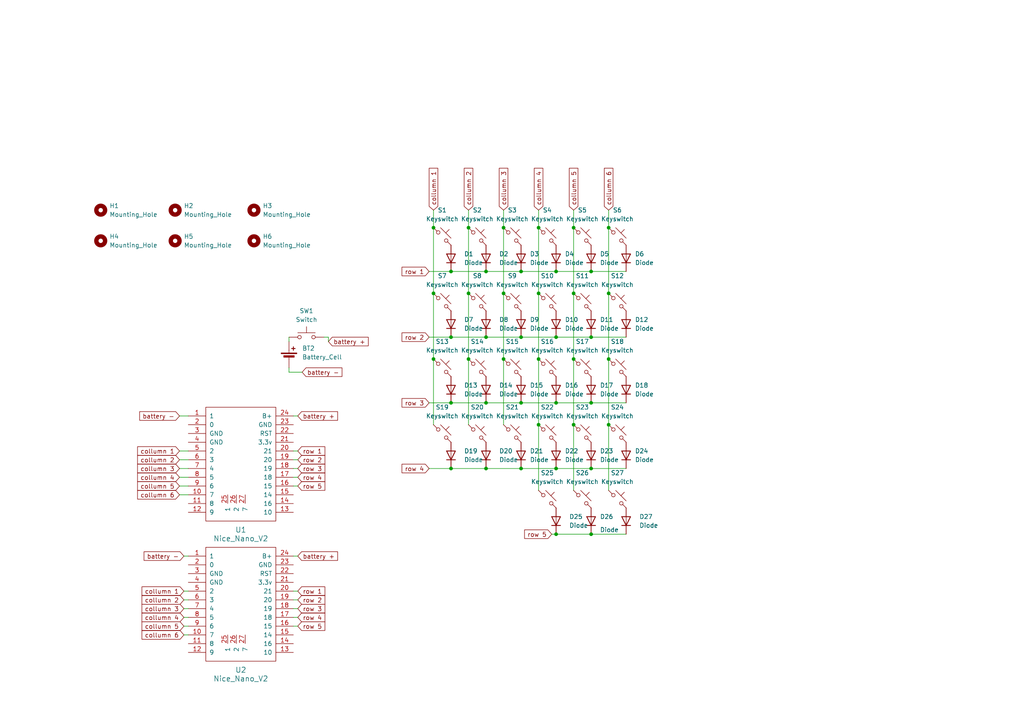
<source format=kicad_sch>
(kicad_sch (version 20231120) (generator "eeschema") (generator_version "8.0")
  (paper "A4")
  (lib_symbols
    (symbol "Device:Battery_Cell" (pin_numbers hide) (pin_names (offset 0) hide)
      (property "Reference" "BT" (at 2.54 2.54 0))
      (property "Value" "Battery_Cell" (at 2.54 0 0))
      (symbol "Battery_Cell_0_1"
        (rectangle (start -2.286 1.778) (end 2.286 1.524) (fill (type outline)))
        (rectangle (start -1.524 1.016) (end 1.524 0.508) (fill (type outline)))
        (polyline (pts (xy 0 0.762) (xy 0 0)))
        (polyline (pts (xy 0 1.778) (xy 0 2.54)))
        (polyline (pts (xy 0.762 3.048) (xy 1.778 3.048)) (stroke (width 0.254)))
        (polyline (pts (xy 1.27 3.556) (xy 1.27 2.54)) (stroke (width 0.254)))
      )
      (symbol "Battery_Cell_1_1"
        (pin passive line (at 0 5.08 270) (length 2.54) (name "+") (number "1"))
        (pin passive line (at 0 -2.54 90) (length 2.54) (name "-") (number "2"))
      )
    )
    (symbol "ScottoKeebs:MCU_Nice_Nano_V2" (pin_names (offset 1.016))
      (property "Reference" "U" (at 0 0 0))
      (property "Value" "Nice_Nano_V2" (at 0 -19.05 0))
      (symbol "MCU_Nice_Nano_V2_0_1"
        (rectangle (start -10.16 16.51) (end 10.16 -16.51))
      )
      (symbol "MCU_Nice_Nano_V2_1_1"
        (pin input line (at -15.24 13.97 0) (length 5.08) (name "1") (number "1"))
        (pin input line (at -15.24 -8.89 0) (length 5.08) (name "7") (number "10"))
        (pin input line (at -15.24 -11.43 0) (length 5.08) (name "8") (number "11"))
        (pin input line (at -15.24 -13.97 0) (length 5.08) (name "9") (number "12"))
        (pin input line (at 15.24 -13.97 180) (length 5.08) (name "10") (number "13"))
        (pin input line (at 15.24 -11.43 180) (length 5.08) (name "16") (number "14"))
        (pin input line (at 15.24 -8.89 180) (length 5.08) (name "14") (number "15"))
        (pin input line (at 15.24 -6.35 180) (length 5.08) (name "15") (number "16"))
        (pin input line (at 15.24 -3.81 180) (length 5.08) (name "18") (number "17"))
        (pin input line (at 15.24 -1.27 180) (length 5.08) (name "19") (number "18"))
        (pin input line (at 15.24 1.27 180) (length 5.08) (name "20") (number "19"))
        (pin input line (at -15.24 11.43 0) (length 5.08) (name "0") (number "2"))
        (pin input line (at 15.24 3.81 180) (length 5.08) (name "21") (number "20"))
        (pin input line (at 15.24 6.35 180) (length 5.08) (name "3.3v") (number "21"))
        (pin input line (at 15.24 8.89 180) (length 5.08) (name "RST") (number "22"))
        (pin input line (at 15.24 11.43 180) (length 5.08) (name "GND") (number "23"))
        (pin input line (at 15.24 13.97 180) (length 5.08) (name "B+") (number "24"))
        (pin input line (at -3.81 -8.89 270) (length 2.5) (name "1") (number "25"))
        (pin input line (at -1.27 -8.89 270) (length 2.5) (name "2") (number "26"))
        (pin input line (at 1.27 -8.89 270) (length 2.5) (name "7") (number "27"))
        (pin input line (at -15.24 8.89 0) (length 5.08) (name "GND") (number "3"))
        (pin input line (at -15.24 6.35 0) (length 5.08) (name "GND") (number "4"))
        (pin input line (at -15.24 3.81 0) (length 5.08) (name "2") (number "5"))
        (pin input line (at -15.24 1.27 0) (length 5.08) (name "3") (number "6"))
        (pin input line (at -15.24 -1.27 0) (length 5.08) (name "4") (number "7"))
        (pin input line (at -15.24 -3.81 0) (length 5.08) (name "5") (number "8"))
        (pin input line (at -15.24 -6.35 0) (length 5.08) (name "6") (number "9"))
      )
    )
    (symbol "ScottoKeebs:Placeholder_Diode" (pin_numbers hide) (pin_names hide)
      (property "Reference" "D" (at 0 2.54 0))
      (property "Value" "Diode" (at 0 -2.54 0))
      (symbol "Placeholder_Diode_0_1"
        (polyline (pts (xy -1.27 1.27) (xy -1.27 -1.27)) (stroke (width 0.254)))
        (polyline (pts (xy 1.27 0) (xy -1.27 0)))
        (polyline (pts (xy 1.27 1.27) (xy 1.27 -1.27) (xy -1.27 0) (xy 1.27 1.27)) (stroke (width 0.254)))
      )
      (symbol "Placeholder_Diode_1_1"
        (pin passive line (at -3.81 0 0) (length 2.54) (name "K") (number "1"))
        (pin passive line (at 3.81 0 180) (length 2.54) (name "A") (number "2"))
      )
    )
    (symbol "ScottoKeebs:Placeholder_Keyswitch" (pin_numbers hide) (pin_names (offset 1.016) hide)
      (property "Reference" "S" (at 3.048 1.016 0))
      (property "Value" "Keyswitch" (at 0 -3.81 0))
      (symbol "Placeholder_Keyswitch_0_1"
        (circle (center -1.1684 1.1684) (radius 0.508))
        (polyline (pts (xy -0.508 2.54) (xy 2.54 -0.508)))
        (polyline (pts (xy 1.016 1.016) (xy 2.032 2.032)))
        (polyline (pts (xy -2.54 2.54) (xy -1.524 1.524) (xy -1.524 1.524)))
        (polyline (pts (xy 1.524 -1.524) (xy 2.54 -2.54) (xy 2.54 -2.54) (xy 2.54 -2.54)))
        (circle (center 1.143 -1.1938) (radius 0.508))
        (pin passive line (at -2.54 2.54 0) (length 0) (name "1") (number "1"))
        (pin passive line (at 2.54 -2.54 180) (length 0) (name "2") (number "2"))
      )
    )
    (symbol "ScottoKeebs:Placeholder_Mounting_Hole" (pin_names (offset 1.016))
      (property "Reference" "H" (at 0 5.08 0))
      (property "Value" "Mounting_Hole" (at 0 3.175 0))
      (symbol "Placeholder_Mounting_Hole_0_1"
        (circle (center 0 0) (radius 1.27) (stroke (width 1.27)))
      )
    )
    (symbol "ScottoKeebs:Placeholder_Switch" (pin_numbers hide) (pin_names (offset 1.016) hide)
      (property "Reference" "SW" (at 1.27 2.54 0))
      (property "Value" "Switch" (at 0 -1.524 0))
      (symbol "Placeholder_Switch_0_1"
        (circle (center -2.032 0) (radius 0.508))
        (polyline (pts (xy 0 1.27) (xy 0 3.048)))
        (polyline (pts (xy 2.54 1.27) (xy -2.54 1.27)))
        (circle (center 2.032 0) (radius 0.508))
        (pin passive line (at -5.08 0 0) (length 2.54) (name "1") (number "1"))
        (pin passive line (at 5.08 0 180) (length 2.54) (name "2") (number "2"))
      )
    )
  )
  (junction (at 161.29 78.74))
  (junction (at 130.81 97.79))
  (junction (at 140.97 78.74))
  (junction (at 156.21 66.04))
  (junction (at 130.81 135.89))
  (junction (at 130.81 116.84))
  (junction (at 161.29 97.79))
  (junction (at 125.73 85.09))
  (junction (at 166.37 85.09))
  (junction (at 156.21 85.09))
  (junction (at 156.21 104.14))
  (junction (at 140.97 97.79))
  (junction (at 140.97 135.89))
  (junction (at 125.73 66.04))
  (junction (at 151.13 135.89))
  (junction (at 166.37 104.14))
  (junction (at 171.45 78.74))
  (junction (at 161.29 135.89))
  (junction (at 166.37 123.19))
  (junction (at 171.45 135.89))
  (junction (at 135.89 85.09))
  (junction (at 140.97 116.84))
  (junction (at 146.05 104.14))
  (junction (at 176.53 104.14))
  (junction (at 161.29 154.94))
  (junction (at 176.53 66.04))
  (junction (at 135.89 104.14))
  (junction (at 166.37 66.04))
  (junction (at 176.53 123.19))
  (junction (at 135.89 66.04))
  (junction (at 125.73 104.14))
  (junction (at 146.05 85.09))
  (junction (at 151.13 97.79))
  (junction (at 151.13 116.84))
  (junction (at 151.13 78.74))
  (junction (at 171.45 116.84))
  (junction (at 156.21 123.19))
  (junction (at 176.53 85.09))
  (junction (at 171.45 154.94))
  (junction (at 171.45 97.79))
  (junction (at 130.81 78.74))
  (junction (at 161.29 116.84))
  (junction (at 146.05 66.04))
  (wire (pts (xy 160.02 154.94) (xy 161.29 154.94)))
  (wire (pts (xy 53.34 171.45) (xy 54.61 171.45)))
  (wire (pts (xy 124.46 78.74) (xy 130.81 78.74)))
  (wire (pts (xy 161.29 97.79) (xy 171.45 97.79)))
  (wire (pts (xy 125.73 60.96) (xy 125.73 66.04)))
  (wire (pts (xy 85.09 130.81) (xy 86.36 130.81)))
  (wire (pts (xy 146.05 66.04) (xy 146.05 85.09)))
  (wire (pts (xy 52.07 133.35) (xy 54.61 133.35)))
  (wire (pts (xy 146.05 104.14) (xy 146.05 123.19)))
  (wire (pts (xy 171.45 97.79) (xy 181.61 97.79)))
  (wire (pts (xy 135.89 60.96) (xy 135.89 66.04)))
  (wire (pts (xy 156.21 66.04) (xy 156.21 85.09)))
  (wire (pts (xy 140.97 97.79) (xy 151.13 97.79)))
  (wire (pts (xy 52.07 135.89) (xy 54.61 135.89)))
  (wire (pts (xy 85.09 135.89) (xy 86.36 135.89)))
  (wire (pts (xy 166.37 123.19) (xy 166.37 142.24)))
  (wire (pts (xy 52.07 120.65) (xy 54.61 120.65)))
  (wire (pts (xy 52.07 130.81) (xy 54.61 130.81)))
  (wire (pts (xy 85.09 133.35) (xy 86.36 133.35)))
  (wire (pts (xy 151.13 116.84) (xy 161.29 116.84)))
  (wire (pts (xy 151.13 97.79) (xy 161.29 97.79)))
  (wire (pts (xy 95.25 97.79) (xy 95.25 99.06)))
  (wire (pts (xy 156.21 104.14) (xy 156.21 123.19)))
  (wire (pts (xy 130.81 78.74) (xy 140.97 78.74)))
  (wire (pts (xy 124.46 97.79) (xy 130.81 97.79)))
  (wire (pts (xy 53.34 173.99) (xy 54.61 173.99)))
  (wire (pts (xy 85.09 173.99) (xy 86.36 173.99)))
  (wire (pts (xy 146.05 60.96) (xy 146.05 66.04)))
  (wire (pts (xy 171.45 116.84) (xy 181.61 116.84)))
  (wire (pts (xy 140.97 116.84) (xy 151.13 116.84)))
  (wire (pts (xy 52.07 143.51) (xy 54.61 143.51)))
  (wire (pts (xy 85.09 140.97) (xy 86.36 140.97)))
  (wire (pts (xy 135.89 85.09) (xy 135.89 104.14)))
  (wire (pts (xy 161.29 78.74) (xy 171.45 78.74)))
  (wire (pts (xy 156.21 85.09) (xy 156.21 104.14)))
  (wire (pts (xy 85.09 181.61) (xy 86.36 181.61)))
  (wire (pts (xy 151.13 78.74) (xy 161.29 78.74)))
  (wire (pts (xy 130.81 135.89) (xy 140.97 135.89)))
  (wire (pts (xy 146.05 85.09) (xy 146.05 104.14)))
  (wire (pts (xy 85.09 138.43) (xy 86.36 138.43)))
  (wire (pts (xy 156.21 60.96) (xy 156.21 66.04)))
  (wire (pts (xy 93.98 97.79) (xy 95.25 97.79)))
  (wire (pts (xy 176.53 66.04) (xy 176.53 85.09)))
  (wire (pts (xy 135.89 66.04) (xy 135.89 85.09)))
  (wire (pts (xy 176.53 123.19) (xy 176.53 142.24)))
  (wire (pts (xy 85.09 176.53) (xy 86.36 176.53)))
  (wire (pts (xy 53.34 184.15) (xy 54.61 184.15)))
  (wire (pts (xy 135.89 104.14) (xy 135.89 123.19)))
  (wire (pts (xy 156.21 123.19) (xy 156.21 142.24)))
  (wire (pts (xy 53.34 181.61) (xy 54.61 181.61)))
  (wire (pts (xy 85.09 179.07) (xy 86.36 179.07)))
  (wire (pts (xy 176.53 85.09) (xy 176.53 104.14)))
  (wire (pts (xy 140.97 78.74) (xy 151.13 78.74)))
  (wire (pts (xy 171.45 135.89) (xy 181.61 135.89)))
  (wire (pts (xy 85.09 171.45) (xy 86.36 171.45)))
  (wire (pts (xy 53.34 161.29) (xy 54.61 161.29)))
  (wire (pts (xy 161.29 154.94) (xy 171.45 154.94)))
  (wire (pts (xy 151.13 135.89) (xy 161.29 135.89)))
  (wire (pts (xy 161.29 135.89) (xy 171.45 135.89)))
  (wire (pts (xy 85.09 161.29) (xy 86.36 161.29)))
  (wire (pts (xy 52.07 138.43) (xy 54.61 138.43)))
  (wire (pts (xy 52.07 140.97) (xy 54.61 140.97)))
  (wire (pts (xy 166.37 60.96) (xy 166.37 66.04)))
  (wire (pts (xy 171.45 154.94) (xy 181.61 154.94)))
  (wire (pts (xy 171.45 78.74) (xy 181.61 78.74)))
  (wire (pts (xy 125.73 66.04) (xy 125.73 85.09)))
  (wire (pts (xy 53.34 179.07) (xy 54.61 179.07)))
  (wire (pts (xy 125.73 85.09) (xy 125.73 104.14)))
  (wire (pts (xy 83.82 97.79) (xy 83.82 99.06)))
  (wire (pts (xy 176.53 104.14) (xy 176.53 123.19)))
  (wire (pts (xy 83.82 106.68) (xy 83.82 107.95)))
  (wire (pts (xy 166.37 85.09) (xy 166.37 104.14)))
  (wire (pts (xy 166.37 66.04) (xy 166.37 85.09)))
  (wire (pts (xy 124.46 135.89) (xy 130.81 135.89)))
  (wire (pts (xy 125.73 104.14) (xy 125.73 123.19)))
  (wire (pts (xy 140.97 135.89) (xy 151.13 135.89)))
  (wire (pts (xy 176.53 60.96) (xy 176.53 66.04)))
  (wire (pts (xy 161.29 116.84) (xy 171.45 116.84)))
  (wire (pts (xy 130.81 97.79) (xy 140.97 97.79)))
  (wire (pts (xy 83.82 107.95) (xy 87.63 107.95)))
  (wire (pts (xy 130.81 116.84) (xy 140.97 116.84)))
  (wire (pts (xy 85.09 120.65) (xy 86.36 120.65)))
  (wire (pts (xy 53.34 176.53) (xy 54.61 176.53)))
  (wire (pts (xy 124.46 116.84) (xy 130.81 116.84)))
  (wire (pts (xy 166.37 104.14) (xy 166.37 123.19)))
  (global_label "row 3" (shape input) (at 86.36 135.89 0) (property "Intersheetrefs" "${INTERSHEET_REFS}" (effects (hide yes))))
  (global_label "collumn 6" (shape input) (at 176.53 60.96 90) (property "Intersheetrefs" "${INTERSHEET_REFS}" (effects (hide yes))))
  (global_label "row 2" (shape input) (at 86.36 173.99 0) (property "Intersheetrefs" "${INTERSHEET_REFS}" (effects (hide yes))))
  (global_label "row 1" (shape input) (at 86.36 171.45 0) (property "Intersheetrefs" "${INTERSHEET_REFS}" (effects (hide yes))))
  (global_label "row 4" (shape input) (at 124.46 135.89 180) (property "Intersheetrefs" "${INTERSHEET_REFS}" (effects (hide yes))))
  (global_label "battery -" (shape input) (at 87.63 107.95 0) (property "Intersheetrefs" "${INTERSHEET_REFS}" (effects (hide yes))))
  (global_label "collumn 2" (shape input) (at 52.07 133.35 180) (property "Intersheetrefs" "${INTERSHEET_REFS}" (effects (hide yes))))
  (global_label "row 4" (shape input) (at 86.36 138.43 0) (property "Intersheetrefs" "${INTERSHEET_REFS}" (effects (hide yes))))
  (global_label "collumn 4" (shape input) (at 156.21 60.96 90) (property "Intersheetrefs" "${INTERSHEET_REFS}" (effects (hide yes))))
  (global_label "collumn 3" (shape input) (at 146.05 60.96 90) (property "Intersheetrefs" "${INTERSHEET_REFS}" (effects (hide yes))))
  (global_label "battery -" (shape input) (at 53.34 161.29 180) (property "Intersheetrefs" "${INTERSHEET_REFS}" (effects (hide yes))))
  (global_label "collumn 3" (shape input) (at 53.34 176.53 180) (property "Intersheetrefs" "${INTERSHEET_REFS}" (effects (hide yes))))
  (global_label "row 3" (shape input) (at 86.36 176.53 0) (property "Intersheetrefs" "${INTERSHEET_REFS}" (effects (hide yes))))
  (global_label "collumn 1" (shape input) (at 52.07 130.81 180) (property "Intersheetrefs" "${INTERSHEET_REFS}" (effects (hide yes))))
  (global_label "battery -" (shape input) (at 52.07 120.65 180) (property "Intersheetrefs" "${INTERSHEET_REFS}" (effects (hide yes))))
  (global_label "row 5" (shape input) (at 86.36 140.97 0) (property "Intersheetrefs" "${INTERSHEET_REFS}" (effects (hide yes))))
  (global_label "collumn 1" (shape input) (at 125.73 60.96 90) (property "Intersheetrefs" "${INTERSHEET_REFS}" (effects (hide yes))))
  (global_label "collumn 1" (shape input) (at 53.34 171.45 180) (property "Intersheetrefs" "${INTERSHEET_REFS}" (effects (hide yes))))
  (global_label "row 5" (shape input) (at 86.36 181.61 0) (property "Intersheetrefs" "${INTERSHEET_REFS}" (effects (hide yes))))
  (global_label "collumn 3" (shape input) (at 52.07 135.89 180) (property "Intersheetrefs" "${INTERSHEET_REFS}" (effects (hide yes))))
  (global_label "battery +" (shape input) (at 86.36 161.29 0) (property "Intersheetrefs" "${INTERSHEET_REFS}" (effects (hide yes))))
  (global_label "row 2" (shape input) (at 124.46 97.79 180) (property "Intersheetrefs" "${INTERSHEET_REFS}" (effects (hide yes))))
  (global_label "collumn 5" (shape input) (at 52.07 140.97 180) (property "Intersheetrefs" "${INTERSHEET_REFS}" (effects (hide yes))))
  (global_label "battery +" (shape input) (at 95.25 99.06 0) (property "Intersheetrefs" "${INTERSHEET_REFS}" (effects (hide yes))))
  (global_label "collumn 2" (shape input) (at 135.89 60.96 90) (property "Intersheetrefs" "${INTERSHEET_REFS}" (effects (hide yes))))
  (global_label "collumn 6" (shape input) (at 52.07 143.51 180) (property "Intersheetrefs" "${INTERSHEET_REFS}" (effects (hide yes))))
  (global_label "row 5" (shape input) (at 160.02 154.94 180) (property "Intersheetrefs" "${INTERSHEET_REFS}" (effects (hide yes))))
  (global_label "row 3" (shape input) (at 124.46 116.84 180) (property "Intersheetrefs" "${INTERSHEET_REFS}" (effects (hide yes))))
  (global_label "row 2" (shape input) (at 86.36 133.35 0) (property "Intersheetrefs" "${INTERSHEET_REFS}" (effects (hide yes))))
  (global_label "collumn 5" (shape input) (at 53.34 181.61 180) (property "Intersheetrefs" "${INTERSHEET_REFS}" (effects (hide yes))))
  (global_label "collumn 4" (shape input) (at 52.07 138.43 180) (property "Intersheetrefs" "${INTERSHEET_REFS}" (effects (hide yes))))
  (global_label "row 1" (shape input) (at 124.46 78.74 180) (property "Intersheetrefs" "${INTERSHEET_REFS}" (effects (hide yes))))
  (global_label "collumn 2" (shape input) (at 53.34 173.99 180) (property "Intersheetrefs" "${INTERSHEET_REFS}" (effects (hide yes))))
  (global_label "battery +" (shape input) (at 86.36 120.65 0) (property "Intersheetrefs" "${INTERSHEET_REFS}" (effects (hide yes))))
  (global_label "collumn 6" (shape input) (at 53.34 184.15 180) (property "Intersheetrefs" "${INTERSHEET_REFS}" (effects (hide yes))))
  (global_label "row 1" (shape input) (at 86.36 130.81 0) (property "Intersheetrefs" "${INTERSHEET_REFS}" (effects (hide yes))))
  (global_label "collumn 5" (shape input) (at 166.37 60.96 90) (property "Intersheetrefs" "${INTERSHEET_REFS}" (effects (hide yes))))
  (global_label "row 4" (shape input) (at 86.36 179.07 0) (property "Intersheetrefs" "${INTERSHEET_REFS}" (effects (hide yes))))
  (global_label "collumn 4" (shape input) (at 53.34 179.07 180) (property "Intersheetrefs" "${INTERSHEET_REFS}" (effects (hide yes))))
  (symbol (lib_id "ScottoKeebs:Placeholder_Keyswitch") (at 179.07 125.73 0) (unit 1)
    (property "Reference" "S24" (at 179.07 118.11 0))
    (property "Value" "Keyswitch" (at 179.07 120.65 0))
    (property "Footprint" "ScottoKeebs_MX:MX_PCB_1.00u" (effects (hide yes)))
    (property "Description" "Push button switch, normally open, two pins, 45° tilted" (effects (hide yes)))
  )
  (symbol (lib_id "ScottoKeebs:Placeholder_Diode") (at 181.61 93.98 90) (unit 1)
    (property "Reference" "D12" (at 184.15 92.7099 90) (effects (justify right)))
    (property "Value" "Diode" (at 184.15 95.2499 90) (effects (justify right)))
    (property "Footprint" "ScottoKeebs_Components:Diode_DO-35" (effects (hide yes)))
    (property "Description" "1N4148 (DO-35) or 1N4148W (SOD-123)" (effects (hide yes)))
    (property "Sim.Device" "D" (effects (hide yes)))
    (property "Sim.Pins" "1=K 2=A" (effects (hide yes)))
  )
  (symbol (lib_id "ScottoKeebs:Placeholder_Keyswitch") (at 179.07 144.78 0) (unit 1)
    (property "Reference" "S27" (at 179.07 137.16 0))
    (property "Value" "Keyswitch" (at 179.07 139.7 0))
    (property "Footprint" "ScottoKeebs_MX:MX_PCB_1.00u" (effects (hide yes)))
    (property "Description" "Push button switch, normally open, two pins, 45° tilted" (effects (hide yes)))
  )
  (symbol (lib_id "ScottoKeebs:Placeholder_Mounting_Hole") (at 29.21 60.96 0) (unit 1)
    (property "Reference" "H1" (at 31.75 59.6899 0) (effects (justify left)))
    (property "Value" "Mounting_Hole" (at 31.75 62.2299 0) (effects (justify left)))
    (property "Footprint" "ScottoKeebs_Scotto:Standoff_M2x6mm" (effects (hide yes)))
    (property "Description" "Mounting Hole without connection" (effects (hide yes)))
  )
  (symbol (lib_id "ScottoKeebs:Placeholder_Keyswitch") (at 168.91 106.68 0) (unit 1)
    (property "Reference" "S17" (at 168.91 99.06 0))
    (property "Value" "Keyswitch" (at 168.91 101.6 0))
    (property "Footprint" "ScottoKeebs_MX:MX_PCB_1.00u" (effects (hide yes)))
    (property "Description" "Push button switch, normally open, two pins, 45° tilted" (effects (hide yes)))
  )
  (symbol (lib_id "ScottoKeebs:Placeholder_Diode") (at 181.61 113.03 90) (unit 1)
    (property "Reference" "D18" (at 184.15 111.7599 90) (effects (justify right)))
    (property "Value" "Diode" (at 184.15 114.2999 90) (effects (justify right)))
    (property "Footprint" "ScottoKeebs_Components:Diode_DO-35" (effects (hide yes)))
    (property "Description" "1N4148 (DO-35) or 1N4148W (SOD-123)" (effects (hide yes)))
    (property "Sim.Device" "D" (effects (hide yes)))
    (property "Sim.Pins" "1=K 2=A" (effects (hide yes)))
  )
  (symbol (lib_id "ScottoKeebs:Placeholder_Diode") (at 151.13 93.98 90) (unit 1)
    (property "Reference" "D9" (at 153.67 92.7099 90) (effects (justify right)))
    (property "Value" "Diode" (at 153.67 95.2499 90) (effects (justify right)))
    (property "Footprint" "ScottoKeebs_Components:Diode_DO-35" (effects (hide yes)))
    (property "Description" "1N4148 (DO-35) or 1N4148W (SOD-123)" (effects (hide yes)))
    (property "Sim.Device" "D" (effects (hide yes)))
    (property "Sim.Pins" "1=K 2=A" (effects (hide yes)))
  )
  (symbol (lib_id "ScottoKeebs:Placeholder_Keyswitch") (at 179.07 87.63 0) (unit 1)
    (property "Reference" "S12" (at 179.07 80.01 0))
    (property "Value" "Keyswitch" (at 179.07 82.55 0))
    (property "Footprint" "ScottoKeebs_MX:MX_PCB_1.00u" (effects (hide yes)))
    (property "Description" "Push button switch, normally open, two pins, 45° tilted" (effects (hide yes)))
  )
  (symbol (lib_id "ScottoKeebs:Placeholder_Diode") (at 151.13 132.08 90) (unit 1)
    (property "Reference" "D21" (at 153.67 130.8099 90) (effects (justify right)))
    (property "Value" "Diode" (at 153.67 133.3499 90) (effects (justify right)))
    (property "Footprint" "ScottoKeebs_Components:Diode_DO-35" (effects (hide yes)))
    (property "Description" "1N4148 (DO-35) or 1N4148W (SOD-123)" (effects (hide yes)))
    (property "Sim.Device" "D" (effects (hide yes)))
    (property "Sim.Pins" "1=K 2=A" (effects (hide yes)))
  )
  (symbol (lib_id "ScottoKeebs:Placeholder_Keyswitch") (at 148.59 87.63 0) (unit 1)
    (property "Reference" "S9" (at 148.59 80.01 0))
    (property "Value" "Keyswitch" (at 148.59 82.55 0))
    (property "Footprint" "ScottoKeebs_MX:MX_PCB_1.00u" (effects (hide yes)))
    (property "Description" "Push button switch, normally open, two pins, 45° tilted" (effects (hide yes)))
  )
  (symbol (lib_id "ScottoKeebs:Placeholder_Diode") (at 171.45 74.93 90) (unit 1)
    (property "Reference" "D5" (at 173.99 73.6599 90) (effects (justify right)))
    (property "Value" "Diode" (at 173.99 76.1999 90) (effects (justify right)))
    (property "Footprint" "ScottoKeebs_Components:Diode_DO-35" (effects (hide yes)))
    (property "Description" "1N4148 (DO-35) or 1N4148W (SOD-123)" (effects (hide yes)))
    (property "Sim.Device" "D" (effects (hide yes)))
    (property "Sim.Pins" "1=K 2=A" (effects (hide yes)))
  )
  (symbol (lib_id "ScottoKeebs:Placeholder_Mounting_Hole") (at 73.66 69.85 0) (unit 1)
    (property "Reference" "H6" (at 76.2 68.5799 0) (effects (justify left)))
    (property "Value" "Mounting_Hole" (at 76.2 71.1199 0) (effects (justify left)))
    (property "Footprint" "ScottoKeebs_Scotto:Standoff_M2x6mm" (effects (hide yes)))
    (property "Description" "Mounting Hole without connection" (effects (hide yes)))
  )
  (symbol (lib_id "ScottoKeebs:Placeholder_Mounting_Hole") (at 50.8 60.96 0) (unit 1)
    (property "Reference" "H2" (at 53.34 59.6899 0) (effects (justify left)))
    (property "Value" "Mounting_Hole" (at 53.34 62.2299 0) (effects (justify left)))
    (property "Footprint" "ScottoKeebs_Scotto:Standoff_M2x6mm" (effects (hide yes)))
    (property "Description" "Mounting Hole without connection" (effects (hide yes)))
  )
  (symbol (lib_id "ScottoKeebs:Placeholder_Diode") (at 151.13 113.03 90) (unit 1)
    (property "Reference" "D15" (at 153.67 111.7599 90) (effects (justify right)))
    (property "Value" "Diode" (at 153.67 114.2999 90) (effects (justify right)))
    (property "Footprint" "ScottoKeebs_Components:Diode_DO-35" (effects (hide yes)))
    (property "Description" "1N4148 (DO-35) or 1N4148W (SOD-123)" (effects (hide yes)))
    (property "Sim.Device" "D" (effects (hide yes)))
    (property "Sim.Pins" "1=K 2=A" (effects (hide yes)))
  )
  (symbol (lib_id "ScottoKeebs:Placeholder_Diode") (at 171.45 151.13 90) (unit 1)
    (property "Reference" "D26" (at 173.99 149.8599 90) (effects (justify right)))
    (property "Value" "Diode" (at 173.99 153.6699 90) (effects (justify right)))
    (property "Footprint" "ScottoKeebs_Components:Diode_DO-35" (effects (hide yes)))
    (property "Description" "1N4148 (DO-35) or 1N4148W (SOD-123)" (effects (hide yes)))
    (property "Sim.Device" "D" (effects (hide yes)))
    (property "Sim.Pins" "1=K 2=A" (effects (hide yes)))
  )
  (symbol (lib_id "ScottoKeebs:Placeholder_Switch") (at 88.9 97.79 0) (mirror y) (unit 1)
    (property "Reference" "SW1" (at 88.9 90.17 0))
    (property "Value" "Switch" (at 88.9 92.71 0))
    (property "Footprint" "ScottoKeebs_Components:Switch_MSK12C02" (effects (hide yes)))
    (property "Description" "Push button switch, generic, two pins" (effects (hide yes)))
  )
  (symbol (lib_id "ScottoKeebs:Placeholder_Diode") (at 130.81 93.98 90) (unit 1)
    (property "Reference" "D7" (at 134.62 92.7099 90) (effects (justify right)))
    (property "Value" "Diode" (at 134.62 95.2499 90) (effects (justify right)))
    (property "Footprint" "ScottoKeebs_Components:Diode_DO-35" (effects (hide yes)))
    (property "Description" "1N4148 (DO-35) or 1N4148W (SOD-123)" (effects (hide yes)))
    (property "Sim.Device" "D" (effects (hide yes)))
    (property "Sim.Pins" "1=K 2=A" (effects (hide yes)))
  )
  (symbol (lib_id "ScottoKeebs:Placeholder_Mounting_Hole") (at 73.66 60.96 0) (unit 1)
    (property "Reference" "H3" (at 76.2 59.6899 0) (effects (justify left)))
    (property "Value" "Mounting_Hole" (at 76.2 62.2299 0) (effects (justify left)))
    (property "Footprint" "ScottoKeebs_Scotto:Standoff_M2x6mm" (effects (hide yes)))
    (property "Description" "Mounting Hole without connection" (effects (hide yes)))
  )
  (symbol (lib_id "ScottoKeebs:Placeholder_Keyswitch") (at 148.59 125.73 0) (unit 1)
    (property "Reference" "S21" (at 148.59 118.11 0))
    (property "Value" "Keyswitch" (at 148.59 120.65 0))
    (property "Footprint" "ScottoKeebs_MX:MX_PCB_1.00u" (effects (hide yes)))
    (property "Description" "Push button switch, normally open, two pins, 45° tilted" (effects (hide yes)))
  )
  (symbol (lib_id "ScottoKeebs:Placeholder_Keyswitch") (at 148.59 68.58 0) (unit 1)
    (property "Reference" "S3" (at 148.59 60.96 0))
    (property "Value" "Keyswitch" (at 148.59 63.5 0))
    (property "Footprint" "ScottoKeebs_MX:MX_PCB_1.00u" (effects (hide yes)))
    (property "Description" "Push button switch, normally open, two pins, 45° tilted" (effects (hide yes)))
  )
  (symbol (lib_id "ScottoKeebs:Placeholder_Keyswitch") (at 158.75 106.68 0) (unit 1)
    (property "Reference" "S16" (at 158.75 99.06 0))
    (property "Value" "Keyswitch" (at 158.75 101.6 0))
    (property "Footprint" "ScottoKeebs_MX:MX_PCB_1.00u" (effects (hide yes)))
    (property "Description" "Push button switch, normally open, two pins, 45° tilted" (effects (hide yes)))
  )
  (symbol (lib_id "ScottoKeebs:Placeholder_Keyswitch") (at 168.91 144.78 0) (unit 1)
    (property "Reference" "S26" (at 168.91 137.16 0))
    (property "Value" "Keyswitch" (at 168.91 139.7 0))
    (property "Footprint" "ScottoKeebs_MX:MX_PCB_1.00u" (effects (hide yes)))
    (property "Description" "Push button switch, normally open, two pins, 45° tilted" (effects (hide yes)))
  )
  (symbol (lib_id "Device:Battery_Cell") (at 83.82 104.14 0) (unit 1)
    (property "Reference" "BT2" (at 87.63 101.0284 0) (effects (justify left)))
    (property "Value" "Battery_Cell" (at 87.63 103.5684 0) (effects (justify left)))
    (property "Footprint" "ScottoKeebs_Scotto:Battery" (effects (hide yes)))
    (property "Description" "Single-cell battery" (effects (hide yes)))
  )
  (symbol (lib_id "ScottoKeebs:Placeholder_Diode") (at 161.29 93.98 90) (unit 1)
    (property "Reference" "D10" (at 163.83 92.7099 90) (effects (justify right)))
    (property "Value" "Diode" (at 163.83 95.2499 90) (effects (justify right)))
    (property "Footprint" "ScottoKeebs_Components:Diode_DO-35" (effects (hide yes)))
    (property "Description" "1N4148 (DO-35) or 1N4148W (SOD-123)" (effects (hide yes)))
    (property "Sim.Device" "D" (effects (hide yes)))
    (property "Sim.Pins" "1=K 2=A" (effects (hide yes)))
  )
  (symbol (lib_id "ScottoKeebs:Placeholder_Diode") (at 140.97 113.03 90) (unit 1)
    (property "Reference" "D14" (at 144.78 111.7599 90) (effects (justify right)))
    (property "Value" "Diode" (at 144.78 114.2999 90) (effects (justify right)))
    (property "Footprint" "ScottoKeebs_Components:Diode_DO-35" (effects (hide yes)))
    (property "Description" "1N4148 (DO-35) or 1N4148W (SOD-123)" (effects (hide yes)))
    (property "Sim.Device" "D" (effects (hide yes)))
    (property "Sim.Pins" "1=K 2=A" (effects (hide yes)))
  )
  (symbol (lib_id "ScottoKeebs:Placeholder_Keyswitch") (at 168.91 68.58 0) (unit 1)
    (property "Reference" "S5" (at 168.91 60.96 0))
    (property "Value" "Keyswitch" (at 168.91 63.5 0))
    (property "Footprint" "ScottoKeebs_MX:MX_PCB_1.00u" (effects (hide yes)))
    (property "Description" "Push button switch, normally open, two pins, 45° tilted" (effects (hide yes)))
  )
  (symbol (lib_id "ScottoKeebs:Placeholder_Diode") (at 140.97 93.98 90) (unit 1)
    (property "Reference" "D8" (at 144.78 92.7099 90) (effects (justify right)))
    (property "Value" "Diode" (at 144.78 95.2499 90) (effects (justify right)))
    (property "Footprint" "ScottoKeebs_Components:Diode_DO-35" (effects (hide yes)))
    (property "Description" "1N4148 (DO-35) or 1N4148W (SOD-123)" (effects (hide yes)))
    (property "Sim.Device" "D" (effects (hide yes)))
    (property "Sim.Pins" "1=K 2=A" (effects (hide yes)))
  )
  (symbol (lib_id "ScottoKeebs:Placeholder_Diode") (at 130.81 132.08 90) (unit 1)
    (property "Reference" "D19" (at 134.62 130.8099 90) (effects (justify right)))
    (property "Value" "Diode" (at 134.62 133.3499 90) (effects (justify right)))
    (property "Footprint" "ScottoKeebs_Components:Diode_DO-35" (effects (hide yes)))
    (property "Description" "1N4148 (DO-35) or 1N4148W (SOD-123)" (effects (hide yes)))
    (property "Sim.Device" "D" (effects (hide yes)))
    (property "Sim.Pins" "1=K 2=A" (effects (hide yes)))
  )
  (symbol (lib_id "ScottoKeebs:Placeholder_Keyswitch") (at 138.43 125.73 0) (unit 1)
    (property "Reference" "S20" (at 138.43 118.11 0))
    (property "Value" "Keyswitch" (at 138.43 120.65 0))
    (property "Footprint" "ScottoKeebs_MX:MX_PCB_1.00u" (effects (hide yes)))
    (property "Description" "Push button switch, normally open, two pins, 45° tilted" (effects (hide yes)))
  )
  (symbol (lib_id "ScottoKeebs:Placeholder_Keyswitch") (at 128.27 106.68 0) (unit 1)
    (property "Reference" "S13" (at 128.27 99.06 0))
    (property "Value" "Keyswitch" (at 128.27 101.6 0))
    (property "Footprint" "ScottoKeebs_MX:MX_PCB_1.00u" (effects (hide yes)))
    (property "Description" "Push button switch, normally open, two pins, 45° tilted" (effects (hide yes)))
  )
  (symbol (lib_id "ScottoKeebs:Placeholder_Mounting_Hole") (at 50.8 69.85 0) (unit 1)
    (property "Reference" "H5" (at 53.34 68.5799 0) (effects (justify left)))
    (property "Value" "Mounting_Hole" (at 53.34 71.1199 0) (effects (justify left)))
    (property "Footprint" "ScottoKeebs_Scotto:Standoff_M2x6mm" (effects (hide yes)))
    (property "Description" "Mounting Hole without connection" (effects (hide yes)))
  )
  (symbol (lib_id "ScottoKeebs:Placeholder_Keyswitch") (at 158.75 144.78 0) (unit 1)
    (property "Reference" "S25" (at 158.75 137.16 0))
    (property "Value" "Keyswitch" (at 158.75 139.7 0))
    (property "Footprint" "ScottoKeebs_MX:MX_PCB_1.00u" (effects (hide yes)))
    (property "Description" "Push button switch, normally open, two pins, 45° tilted" (effects (hide yes)))
  )
  (symbol (lib_id "ScottoKeebs:Placeholder_Diode") (at 181.61 132.08 90) (unit 1)
    (property "Reference" "D24" (at 184.15 130.8099 90) (effects (justify right)))
    (property "Value" "Diode" (at 184.15 133.3499 90) (effects (justify right)))
    (property "Footprint" "ScottoKeebs_Components:Diode_DO-35" (effects (hide yes)))
    (property "Description" "1N4148 (DO-35) or 1N4148W (SOD-123)" (effects (hide yes)))
    (property "Sim.Device" "D" (effects (hide yes)))
    (property "Sim.Pins" "1=K 2=A" (effects (hide yes)))
  )
  (symbol (lib_id "ScottoKeebs:Placeholder_Diode") (at 171.45 132.08 90) (unit 1)
    (property "Reference" "D23" (at 173.99 130.8099 90) (effects (justify right)))
    (property "Value" "Diode" (at 173.99 133.3499 90) (effects (justify right)))
    (property "Footprint" "ScottoKeebs_Components:Diode_DO-35" (effects (hide yes)))
    (property "Description" "1N4148 (DO-35) or 1N4148W (SOD-123)" (effects (hide yes)))
    (property "Sim.Device" "D" (effects (hide yes)))
    (property "Sim.Pins" "1=K 2=A" (effects (hide yes)))
  )
  (symbol (lib_id "ScottoKeebs:Placeholder_Keyswitch") (at 158.75 125.73 0) (unit 1)
    (property "Reference" "S22" (at 158.75 118.11 0))
    (property "Value" "Keyswitch" (at 158.75 120.65 0))
    (property "Footprint" "ScottoKeebs_MX:MX_PCB_1.00u" (effects (hide yes)))
    (property "Description" "Push button switch, normally open, two pins, 45° tilted" (effects (hide yes)))
  )
  (symbol (lib_id "ScottoKeebs:Placeholder_Diode") (at 161.29 151.13 90) (unit 1)
    (property "Reference" "D25" (at 165.1 149.8599 90) (effects (justify right)))
    (property "Value" "Diode" (at 165.1 152.3999 90) (effects (justify right)))
    (property "Footprint" "ScottoKeebs_Components:Diode_DO-35" (effects (hide yes)))
    (property "Description" "1N4148 (DO-35) or 1N4148W (SOD-123)" (effects (hide yes)))
    (property "Sim.Device" "D" (effects (hide yes)))
    (property "Sim.Pins" "1=K 2=A" (effects (hide yes)))
  )
  (symbol (lib_id "ScottoKeebs:Placeholder_Diode") (at 140.97 74.93 90) (unit 1)
    (property "Reference" "D2" (at 144.78 73.6599 90) (effects (justify right)))
    (property "Value" "Diode" (at 144.78 76.1999 90) (effects (justify right)))
    (property "Footprint" "ScottoKeebs_Components:Diode_DO-35" (effects (hide yes)))
    (property "Description" "1N4148 (DO-35) or 1N4148W (SOD-123)" (effects (hide yes)))
    (property "Sim.Device" "D" (effects (hide yes)))
    (property "Sim.Pins" "1=K 2=A" (effects (hide yes)))
  )
  (symbol (lib_id "ScottoKeebs:Placeholder_Keyswitch") (at 158.75 68.58 0) (unit 1)
    (property "Reference" "S4" (at 158.75 60.96 0))
    (property "Value" "Keyswitch" (at 158.75 63.5 0))
    (property "Footprint" "ScottoKeebs_MX:MX_PCB_1.00u" (effects (hide yes)))
    (property "Description" "Push button switch, normally open, two pins, 45° tilted" (effects (hide yes)))
  )
  (symbol (lib_id "ScottoKeebs:Placeholder_Keyswitch") (at 128.27 87.63 0) (unit 1)
    (property "Reference" "S7" (at 128.27 80.01 0))
    (property "Value" "Keyswitch" (at 128.27 82.55 0))
    (property "Footprint" "ScottoKeebs_MX:MX_PCB_1.00u" (effects (hide yes)))
    (property "Description" "Push button switch, normally open, two pins, 45° tilted" (effects (hide yes)))
  )
  (symbol (lib_id "ScottoKeebs:Placeholder_Diode") (at 171.45 93.98 90) (unit 1)
    (property "Reference" "D11" (at 173.99 92.7099 90) (effects (justify right)))
    (property "Value" "Diode" (at 173.99 95.2499 90) (effects (justify right)))
    (property "Footprint" "ScottoKeebs_Components:Diode_DO-35" (effects (hide yes)))
    (property "Description" "1N4148 (DO-35) or 1N4148W (SOD-123)" (effects (hide yes)))
    (property "Sim.Device" "D" (effects (hide yes)))
    (property "Sim.Pins" "1=K 2=A" (effects (hide yes)))
  )
  (symbol (lib_id "ScottoKeebs:MCU_Nice_Nano_V2") (at 69.85 175.26 0) (unit 1)
    (property "Reference" "U2" (at 69.85 194.31 0) (effects (font (size 1.524 1.524))))
    (property "Value" "Nice_Nano_V2" (at 69.85 196.85 0) (effects (font (size 1.524 1.524))))
    (property "Footprint" "ScottoKeebs_MCU:Nice_Nano_V2" (effects (hide yes)))
  )
  (symbol (lib_id "ScottoKeebs:Placeholder_Keyswitch") (at 128.27 125.73 0) (unit 1)
    (property "Reference" "S19" (at 128.27 118.11 0))
    (property "Value" "Keyswitch" (at 128.27 120.65 0))
    (property "Footprint" "ScottoKeebs_MX:MX_PCB_1.00u" (effects (hide yes)))
    (property "Description" "Push button switch, normally open, two pins, 45° tilted" (effects (hide yes)))
  )
  (symbol (lib_id "ScottoKeebs:Placeholder_Diode") (at 130.81 113.03 90) (unit 1)
    (property "Reference" "D13" (at 134.62 111.7599 90) (effects (justify right)))
    (property "Value" "Diode" (at 134.62 114.2999 90) (effects (justify right)))
    (property "Footprint" "ScottoKeebs_Components:Diode_DO-35" (effects (hide yes)))
    (property "Description" "1N4148 (DO-35) or 1N4148W (SOD-123)" (effects (hide yes)))
    (property "Sim.Device" "D" (effects (hide yes)))
    (property "Sim.Pins" "1=K 2=A" (effects (hide yes)))
  )
  (symbol (lib_id "ScottoKeebs:Placeholder_Diode") (at 140.97 132.08 90) (unit 1)
    (property "Reference" "D20" (at 144.78 130.8099 90) (effects (justify right)))
    (property "Value" "Diode" (at 144.78 133.3499 90) (effects (justify right)))
    (property "Footprint" "ScottoKeebs_Components:Diode_DO-35" (effects (hide yes)))
    (property "Description" "1N4148 (DO-35) or 1N4148W (SOD-123)" (effects (hide yes)))
    (property "Sim.Device" "D" (effects (hide yes)))
    (property "Sim.Pins" "1=K 2=A" (effects (hide yes)))
  )
  (symbol (lib_id "ScottoKeebs:MCU_Nice_Nano_V2") (at 69.85 134.62 0) (unit 1)
    (property "Reference" "U1" (at 69.85 153.67 0) (effects (font (size 1.524 1.524))))
    (property "Value" "Nice_Nano_V2" (at 69.85 156.21 0) (effects (font (size 1.524 1.524))))
    (property "Footprint" "ScottoKeebs_MCU:Nice_Nano_V2" (effects (hide yes)))
  )
  (symbol (lib_id "ScottoKeebs:Placeholder_Keyswitch") (at 179.07 68.58 0) (unit 1)
    (property "Reference" "S6" (at 179.07 60.96 0))
    (property "Value" "Keyswitch" (at 179.07 63.5 0))
    (property "Footprint" "ScottoKeebs_MX:MX_PCB_1.00u" (effects (hide yes)))
    (property "Description" "Push button switch, normally open, two pins, 45° tilted" (effects (hide yes)))
  )
  (symbol (lib_id "ScottoKeebs:Placeholder_Keyswitch") (at 138.43 106.68 0) (unit 1)
    (property "Reference" "S14" (at 138.43 99.06 0))
    (property "Value" "Keyswitch" (at 138.43 101.6 0))
    (property "Footprint" "ScottoKeebs_MX:MX_PCB_1.00u" (effects (hide yes)))
    (property "Description" "Push button switch, normally open, two pins, 45° tilted" (effects (hide yes)))
  )
  (symbol (lib_id "ScottoKeebs:Placeholder_Diode") (at 130.81 74.93 90) (unit 1)
    (property "Reference" "D1" (at 134.62 73.6599 90) (effects (justify right)))
    (property "Value" "Diode" (at 134.62 76.1999 90) (effects (justify right)))
    (property "Footprint" "ScottoKeebs_Components:Diode_DO-35" (effects (hide yes)))
    (property "Description" "1N4148 (DO-35) or 1N4148W (SOD-123)" (effects (hide yes)))
    (property "Sim.Device" "D" (effects (hide yes)))
    (property "Sim.Pins" "1=K 2=A" (effects (hide yes)))
  )
  (symbol (lib_id "ScottoKeebs:Placeholder_Diode") (at 161.29 132.08 90) (unit 1)
    (property "Reference" "D22" (at 163.83 130.8099 90) (effects (justify right)))
    (property "Value" "Diode" (at 163.83 133.3499 90) (effects (justify right)))
    (property "Footprint" "ScottoKeebs_Components:Diode_DO-35" (effects (hide yes)))
    (property "Description" "1N4148 (DO-35) or 1N4148W (SOD-123)" (effects (hide yes)))
    (property "Sim.Device" "D" (effects (hide yes)))
    (property "Sim.Pins" "1=K 2=A" (effects (hide yes)))
  )
  (symbol (lib_id "ScottoKeebs:Placeholder_Keyswitch") (at 138.43 68.58 0) (unit 1)
    (property "Reference" "S2" (at 138.43 60.96 0))
    (property "Value" "Keyswitch" (at 138.43 63.5 0))
    (property "Footprint" "ScottoKeebs_MX:MX_PCB_1.00u" (effects (hide yes)))
    (property "Description" "Push button switch, normally open, two pins, 45° tilted" (effects (hide yes)))
  )
  (symbol (lib_id "ScottoKeebs:Placeholder_Keyswitch") (at 179.07 106.68 0) (unit 1)
    (property "Reference" "S18" (at 179.07 99.06 0))
    (property "Value" "Keyswitch" (at 179.07 101.6 0))
    (property "Footprint" "ScottoKeebs_MX:MX_PCB_1.00u" (effects (hide yes)))
    (property "Description" "Push button switch, normally open, two pins, 45° tilted" (effects (hide yes)))
  )
  (symbol (lib_id "ScottoKeebs:Placeholder_Keyswitch") (at 128.27 68.58 0) (unit 1)
    (property "Reference" "S1" (at 128.27 60.96 0))
    (property "Value" "Keyswitch" (at 128.27 63.5 0))
    (property "Footprint" "ScottoKeebs_MX:MX_PCB_1.00u" (effects (hide yes)))
    (property "Description" "Push button switch, normally open, two pins, 45° tilted" (effects (hide yes)))
  )
  (symbol (lib_id "ScottoKeebs:Placeholder_Diode") (at 181.61 151.13 90) (unit 1)
    (property "Reference" "D27" (at 185.42 149.8599 90) (effects (justify right)))
    (property "Value" "Diode" (at 185.42 152.3999 90) (effects (justify right)))
    (property "Footprint" "ScottoKeebs_Components:Diode_DO-35" (effects (hide yes)))
    (property "Description" "1N4148 (DO-35) or 1N4148W (SOD-123)" (effects (hide yes)))
    (property "Sim.Device" "D" (effects (hide yes)))
    (property "Sim.Pins" "1=K 2=A" (effects (hide yes)))
  )
  (symbol (lib_id "ScottoKeebs:Placeholder_Diode") (at 161.29 74.93 90) (unit 1)
    (property "Reference" "D4" (at 163.83 73.6599 90) (effects (justify right)))
    (property "Value" "Diode" (at 163.83 76.1999 90) (effects (justify right)))
    (property "Footprint" "ScottoKeebs_Components:Diode_DO-35" (effects (hide yes)))
    (property "Description" "1N4148 (DO-35) or 1N4148W (SOD-123)" (effects (hide yes)))
    (property "Sim.Device" "D" (effects (hide yes)))
    (property "Sim.Pins" "1=K 2=A" (effects (hide yes)))
  )
  (symbol (lib_id "ScottoKeebs:Placeholder_Keyswitch") (at 158.75 87.63 0) (unit 1)
    (property "Reference" "S10" (at 158.75 80.01 0))
    (property "Value" "Keyswitch" (at 158.75 82.55 0))
    (property "Footprint" "ScottoKeebs_MX:MX_PCB_1.00u" (effects (hide yes)))
    (property "Description" "Push button switch, normally open, two pins, 45° tilted" (effects (hide yes)))
  )
  (symbol (lib_id "ScottoKeebs:Placeholder_Diode") (at 161.29 113.03 90) (unit 1)
    (property "Reference" "D16" (at 163.83 111.7599 90) (effects (justify right)))
    (property "Value" "Diode" (at 163.83 114.2999 90) (effects (justify right)))
    (property "Footprint" "ScottoKeebs_Components:Diode_DO-35" (effects (hide yes)))
    (property "Description" "1N4148 (DO-35) or 1N4148W (SOD-123)" (effects (hide yes)))
    (property "Sim.Device" "D" (effects (hide yes)))
    (property "Sim.Pins" "1=K 2=A" (effects (hide yes)))
  )
  (symbol (lib_id "ScottoKeebs:Placeholder_Diode") (at 151.13 74.93 90) (unit 1)
    (property "Reference" "D3" (at 153.67 73.6599 90) (effects (justify right)))
    (property "Value" "Diode" (at 153.67 76.1999 90) (effects (justify right)))
    (property "Footprint" "ScottoKeebs_Components:Diode_DO-35" (effects (hide yes)))
    (property "Description" "1N4148 (DO-35) or 1N4148W (SOD-123)" (effects (hide yes)))
    (property "Sim.Device" "D" (effects (hide yes)))
    (property "Sim.Pins" "1=K 2=A" (effects (hide yes)))
  )
  (symbol (lib_id "ScottoKeebs:Placeholder_Mounting_Hole") (at 29.21 69.85 0) (unit 1)
    (property "Reference" "H4" (at 31.75 68.5799 0) (effects (justify left)))
    (property "Value" "Mounting_Hole" (at 31.75 71.1199 0) (effects (justify left)))
    (property "Footprint" "ScottoKeebs_Scotto:Standoff_M2x6mm" (effects (hide yes)))
    (property "Description" "Mounting Hole without connection" (effects (hide yes)))
  )
  (symbol (lib_id "ScottoKeebs:Placeholder_Keyswitch") (at 148.59 106.68 0) (unit 1)
    (property "Reference" "S15" (at 148.59 99.06 0))
    (property "Value" "Keyswitch" (at 148.59 101.6 0))
    (property "Footprint" "ScottoKeebs_MX:MX_PCB_1.00u" (effects (hide yes)))
    (property "Description" "Push button switch, normally open, two pins, 45° tilted" (effects (hide yes)))
  )
  (symbol (lib_id "ScottoKeebs:Placeholder_Keyswitch") (at 168.91 87.63 0) (unit 1)
    (property "Reference" "S11" (at 168.91 80.01 0))
    (property "Value" "Keyswitch" (at 168.91 82.55 0))
    (property "Footprint" "ScottoKeebs_MX:MX_PCB_1.00u" (effects (hide yes)))
    (property "Description" "Push button switch, normally open, two pins, 45° tilted" (effects (hide yes)))
  )
  (symbol (lib_id "ScottoKeebs:Placeholder_Keyswitch") (at 168.91 125.73 0) (unit 1)
    (property "Reference" "S23" (at 168.91 118.11 0))
    (property "Value" "Keyswitch" (at 168.91 120.65 0))
    (property "Footprint" "ScottoKeebs_MX:MX_PCB_1.00u" (effects (hide yes)))
    (property "Description" "Push button switch, normally open, two pins, 45° tilted" (effects (hide yes)))
  )
  (symbol (lib_id "ScottoKeebs:Placeholder_Keyswitch") (at 138.43 87.63 0) (unit 1)
    (property "Reference" "S8" (at 138.43 80.01 0))
    (property "Value" "Keyswitch" (at 138.43 82.55 0))
    (property "Footprint" "ScottoKeebs_MX:MX_PCB_1.00u" (effects (hide yes)))
    (property "Description" "Push button switch, normally open, two pins, 45° tilted" (effects (hide yes)))
  )
  (symbol (lib_id "ScottoKeebs:Placeholder_Diode") (at 171.45 113.03 90) (unit 1)
    (property "Reference" "D17" (at 173.99 111.7599 90) (effects (justify right)))
    (property "Value" "Diode" (at 173.99 114.2999 90) (effects (justify right)))
    (property "Footprint" "ScottoKeebs_Components:Diode_DO-35" (effects (hide yes)))
    (property "Description" "1N4148 (DO-35) or 1N4148W (SOD-123)" (effects (hide yes)))
    (property "Sim.Device" "D" (effects (hide yes)))
    (property "Sim.Pins" "1=K 2=A" (effects (hide yes)))
  )
  (symbol (lib_id "ScottoKeebs:Placeholder_Diode") (at 181.61 74.93 90) (unit 1)
    (property "Reference" "D6" (at 184.15 73.6599 90) (effects (justify right)))
    (property "Value" "Diode" (at 184.15 76.1999 90) (effects (justify right)))
    (property "Footprint" "ScottoKeebs_Components:Diode_DO-35" (effects (hide yes)))
    (property "Description" "1N4148 (DO-35) or 1N4148W (SOD-123)" (effects (hide yes)))
    (property "Sim.Device" "D" (effects (hide yes)))
    (property "Sim.Pins" "1=K 2=A" (effects (hide yes)))
  )
)
</source>
